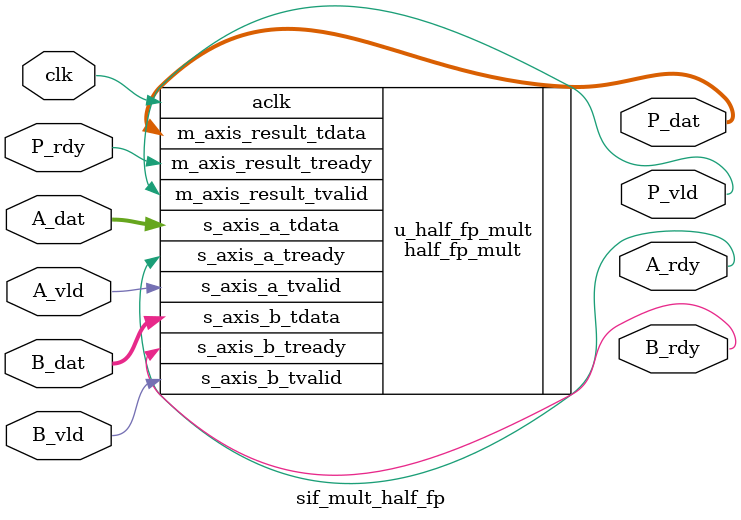
<source format=v>
`timescale 1ns / 1ps


module sif_mult_half_fp(
  input                       clk,
  input                       A_vld,
  input   [16-1:0]       A_dat,
  output                      A_rdy,
  input                       B_vld,
  input   [16-1:0]       B_dat,
  output                      B_rdy,
  output                      P_vld,
  output  [16-1:0]       P_dat,
  input                       P_rdy
    );
    
half_fp_mult u_half_fp_mult (
  .aclk(clk),                                  // input wire aclk
  .s_axis_a_tvalid(A_vld),            // input wire s_axis_a_tvalid
  .s_axis_a_tready(A_rdy),            // output wire s_axis_a_tready
  .s_axis_a_tdata(A_dat),              // input wire [15 : 0] s_axis_a_tdata
  .s_axis_b_tvalid(B_vld),            // input wire s_axis_b_tvalid
  .s_axis_b_tready(B_rdy),            // output wire s_axis_b_tready
  .s_axis_b_tdata(B_dat),              // input wire [15 : 0] s_axis_b_tdata
  .m_axis_result_tvalid(P_vld),  // output wire m_axis_result_tvalid
  .m_axis_result_tready(P_rdy),  // input wire m_axis_result_tready
  .m_axis_result_tdata(P_dat)    // output wire [15 : 0] m_axis_result_tdata
);    

endmodule

</source>
